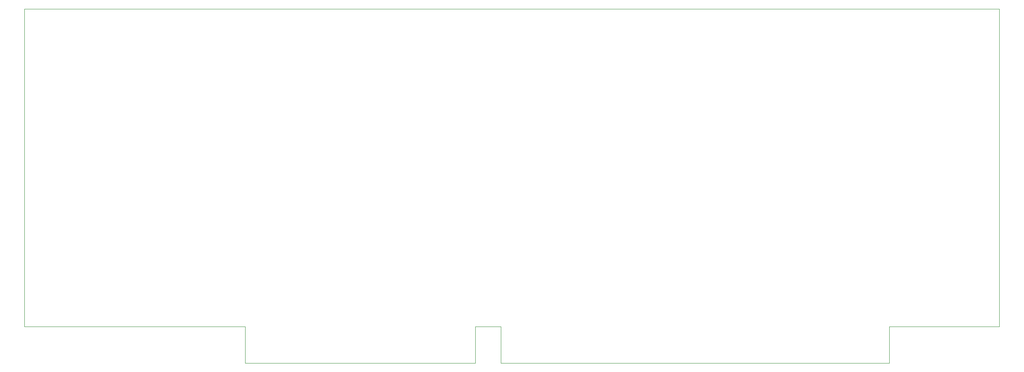
<source format=gbr>
G04 #@! TF.GenerationSoftware,KiCad,Pcbnew,(5.1.8)-1*
G04 #@! TF.CreationDate,2021-12-06T13:40:29-07:00*
G04 #@! TF.ProjectId,512k,3531326b-2e6b-4696-9361-645f70636258,rev?*
G04 #@! TF.SameCoordinates,Original*
G04 #@! TF.FileFunction,Profile,NP*
%FSLAX46Y46*%
G04 Gerber Fmt 4.6, Leading zero omitted, Abs format (unit mm)*
G04 Created by KiCad (PCBNEW (5.1.8)-1) date 2021-12-06 13:40:29*
%MOMM*%
%LPD*%
G01*
G04 APERTURE LIST*
G04 #@! TA.AperFunction,Profile*
%ADD10C,0.050000*%
G04 #@! TD*
G04 APERTURE END LIST*
D10*
X82923380Y-59664600D02*
X-16441420Y-59664600D01*
X29583380Y-125958600D02*
X-16441420Y-125958600D01*
X29583380Y-133578600D02*
X29583380Y-125958600D01*
X77132180Y-133578600D02*
X29583380Y-133578600D01*
X77589380Y-133578600D02*
X77132180Y-133578600D01*
X77589380Y-125958600D02*
X77589380Y-133578600D01*
X82923380Y-125958600D02*
X77589380Y-125958600D01*
X82923380Y-59664600D02*
X186936380Y-59664600D01*
X-16441420Y-125958600D02*
X-16441420Y-59664600D01*
X82923380Y-133578600D02*
X82923380Y-125958600D01*
X163949380Y-133578600D02*
X82923380Y-133578600D01*
X163949380Y-125958600D02*
X163949380Y-133578600D01*
X186936380Y-125958600D02*
X186936380Y-59664600D01*
X163949380Y-125958600D02*
X186936380Y-125958600D01*
M02*

</source>
